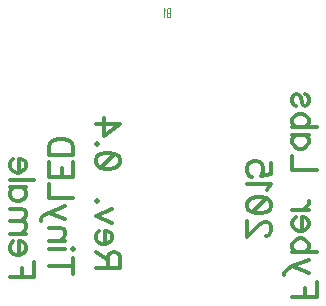
<source format=gbo>
G04 DipTrace 2.4.0.2*
%INfemale.gbo*%
%MOMM*%
%ADD57C,0.118*%
%ADD58C,0.314*%
%FSLAX53Y53*%
G04*
G71*
G90*
G75*
G01*
%LNBotSilk*%
%LPD*%
X26905Y68228D2*
D57*
Y67462D1*
X26708D1*
X26642Y67499D1*
X26620Y67536D1*
X26599Y67608D1*
Y67717D1*
X26620Y67791D1*
X26642Y67827D1*
X26708Y67863D1*
X26642Y67900D1*
X26620Y67936D1*
X26599Y68009D1*
Y68082D1*
X26620Y68155D1*
X26642Y68192D1*
X26708Y68228D1*
X26905D1*
Y67863D2*
X26708D1*
X26458Y68081D2*
X26414Y68118D1*
X26348Y68227D1*
Y67462D1*
X39296Y45053D2*
D58*
Y43789D1*
X37254D1*
X38324D2*
Y44566D1*
X38616Y45780D2*
X37254Y46361D1*
X36866Y46168D1*
X36670Y45973D1*
X36574Y45780D1*
Y45681D1*
X38616Y46945D2*
X37254Y46361D1*
X39296Y47573D2*
X37254D1*
X38324D2*
X38519Y47768D1*
X38616Y47961D1*
Y48253D1*
X38519Y48447D1*
X38324Y48642D1*
X38032Y48739D1*
X37838D1*
X37546Y48642D1*
X37353Y48447D1*
X37254Y48253D1*
Y47961D1*
X37353Y47768D1*
X37546Y47573D1*
X38032Y49366D2*
Y50532D1*
X38227D1*
X38422Y50435D1*
X38519Y50339D1*
X38616Y50143D1*
Y49851D1*
X38519Y49658D1*
X38324Y49463D1*
X38032Y49366D1*
X37838D1*
X37546Y49463D1*
X37353Y49658D1*
X37254Y49851D1*
Y50143D1*
X37353Y50339D1*
X37546Y50532D1*
X38616Y51159D2*
X37254D1*
X38032D2*
X38324Y51258D1*
X38519Y51451D1*
X38616Y51647D1*
Y51939D1*
X39296Y54541D2*
X37254D1*
Y55707D1*
X38616Y57500D2*
X37254D1*
X38324D2*
X38519Y57307D1*
X38616Y57112D1*
Y56822D1*
X38519Y56627D1*
X38324Y56433D1*
X38032Y56335D1*
X37838D1*
X37546Y56433D1*
X37353Y56627D1*
X37254Y56822D1*
Y57112D1*
X37353Y57307D1*
X37546Y57500D1*
X39296Y58128D2*
X37254D1*
X38324D2*
X38519Y58323D1*
X38616Y58516D1*
Y58808D1*
X38519Y59001D1*
X38324Y59197D1*
X38032Y59293D1*
X37838D1*
X37546Y59197D1*
X37353Y59001D1*
X37254Y58808D1*
Y58516D1*
X37353Y58323D1*
X37546Y58128D1*
X38324Y60990D2*
X38519Y60894D1*
X38616Y60602D1*
Y60310D1*
X38519Y60018D1*
X38324Y59921D1*
X38130Y60018D1*
X38032Y60213D1*
X37935Y60698D1*
X37838Y60894D1*
X37643Y60990D1*
X37546D1*
X37353Y60894D1*
X37254Y60602D1*
Y60310D1*
X37353Y60018D1*
X37546Y59921D1*
X18682Y46420D2*
X16640D1*
X18682Y45739D2*
Y47100D1*
Y47728D2*
X18585Y47824D1*
X18682Y47923D1*
X18781Y47824D1*
X18682Y47728D1*
X18001Y47824D2*
X16640D1*
X18001Y48551D2*
X16640D1*
X17613D2*
X17905Y48843D1*
X18001Y49038D1*
Y49328D1*
X17905Y49523D1*
X17613Y49620D1*
X16640D1*
X18001Y50346D2*
X16640Y50928D1*
X16251Y50735D1*
X16056Y50539D1*
X15959Y50346D1*
Y50247D1*
X18001Y51512D2*
X16640Y50928D1*
X18682Y52139D2*
X16640D1*
Y53305D1*
X18682Y55195D2*
Y53933D1*
X16640D1*
Y55195D1*
X17709Y53933D2*
Y54710D1*
X18682Y55822D2*
X16640D1*
Y56503D1*
X16739Y56795D1*
X16932Y56990D1*
X17127Y57087D1*
X17417Y57184D1*
X17905D1*
X18197Y57087D1*
X18390Y56990D1*
X18585Y56795D1*
X18682Y56503D1*
Y55822D1*
X21653Y46253D2*
Y47127D1*
X21752Y47419D1*
X21849Y47518D1*
X22042Y47614D1*
X22237D1*
X22430Y47518D1*
X22529Y47419D1*
X22626Y47127D1*
Y46253D1*
X20584D1*
X21653Y46934D2*
X20584Y47614D1*
X21361Y48242D2*
Y49407D1*
X21557D1*
X21752Y49311D1*
X21849Y49214D1*
X21945Y49019D1*
Y48727D1*
X21849Y48534D1*
X21653Y48338D1*
X21361Y48242D1*
X21168D1*
X20876Y48338D1*
X20683Y48534D1*
X20584Y48727D1*
Y49019D1*
X20683Y49214D1*
X20876Y49407D1*
X21945Y50035D2*
X20584Y50619D1*
X21945Y51201D1*
X20779Y51925D2*
X20681Y51828D1*
X20584Y51925D1*
X20681Y52023D1*
X20779Y51925D1*
X22623Y55210D2*
X22527Y54918D1*
X22235Y54723D1*
X21750Y54626D1*
X21458D1*
X20973Y54723D1*
X20681Y54918D1*
X20584Y55210D1*
Y55403D1*
X20681Y55695D1*
X20973Y55888D1*
X21458Y55987D1*
X21750D1*
X22235Y55888D1*
X22527Y55695D1*
X22623Y55403D1*
Y55210D1*
X22235Y55888D2*
X20973Y54723D1*
X20779Y56711D2*
X20681Y56615D1*
X20584Y56711D1*
X20681Y56810D1*
X20779Y56711D1*
X20584Y58410D2*
X22623D1*
X21265Y57437D1*
Y58895D1*
X34971Y48971D2*
X35068D1*
X35263Y49067D1*
X35360Y49164D1*
X35456Y49359D1*
Y49748D1*
X35360Y49941D1*
X35263Y50037D1*
X35068Y50136D1*
X34875D1*
X34679Y50037D1*
X34389Y49844D1*
X33417Y48872D1*
Y50233D1*
X35456Y51444D2*
X35360Y51152D1*
X35068Y50957D1*
X34583Y50860D1*
X34291D1*
X33805Y50957D1*
X33513Y51152D1*
X33417Y51444D1*
Y51637D1*
X33513Y51929D1*
X33805Y52123D1*
X34291Y52221D1*
X34583D1*
X35068Y52123D1*
X35360Y51929D1*
X35456Y51637D1*
Y51444D1*
X35068Y52123D2*
X33805Y50957D1*
X35068Y52849D2*
X35167Y53044D1*
X35456Y53336D1*
X33417D1*
X35456Y55130D2*
Y54159D1*
X34583Y54063D1*
X34679Y54159D1*
X34778Y54451D1*
Y54741D1*
X34679Y55033D1*
X34486Y55228D1*
X34194Y55325D1*
X34001D1*
X33709Y55228D1*
X33513Y55033D1*
X33417Y54741D1*
Y54451D1*
X33513Y54159D1*
X33612Y54063D1*
X33805Y53964D1*
X15348Y46703D2*
Y45439D1*
X13307D1*
X14376D2*
Y46216D1*
X14084Y47331D2*
Y48496D1*
X14279D1*
X14475Y48400D1*
X14571Y48303D1*
X14668Y48108D1*
Y47816D1*
X14571Y47623D1*
X14376Y47427D1*
X14084Y47331D1*
X13891D1*
X13599Y47427D1*
X13406Y47623D1*
X13307Y47816D1*
Y48108D1*
X13406Y48303D1*
X13599Y48496D1*
X14668Y49124D2*
X13307D1*
X14279D2*
X14571Y49416D1*
X14668Y49611D1*
Y49901D1*
X14571Y50096D1*
X14279Y50193D1*
X13307D1*
X14279D2*
X14571Y50485D1*
X14668Y50680D1*
Y50970D1*
X14571Y51166D1*
X14279Y51264D1*
X13307D1*
X14668Y53058D2*
X13307D1*
X14376D2*
X14571Y52864D1*
X14668Y52669D1*
Y52379D1*
X14571Y52184D1*
X14376Y51991D1*
X14084Y51892D1*
X13891D1*
X13599Y51991D1*
X13406Y52184D1*
X13307Y52379D1*
Y52669D1*
X13406Y52864D1*
X13599Y53058D1*
X15348Y53685D2*
X13307D1*
X14084Y54313D2*
Y55478D1*
X14279D1*
X14475Y55382D1*
X14571Y55285D1*
X14668Y55090D1*
Y54798D1*
X14571Y54605D1*
X14376Y54409D1*
X14084Y54313D1*
X13891D1*
X13599Y54409D1*
X13406Y54605D1*
X13307Y54798D1*
Y55090D1*
X13406Y55285D1*
X13599Y55478D1*
M02*

</source>
